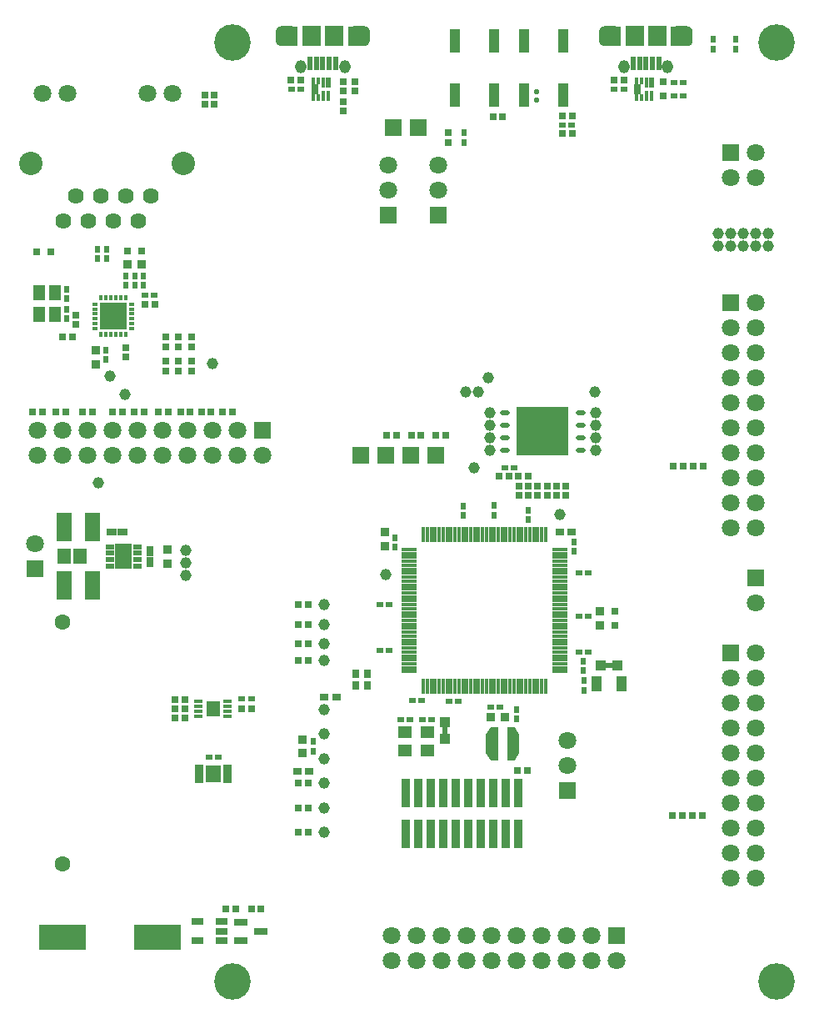
<source format=gts>
G04 Layer_Color=8388736*
%FSLAX43Y43*%
%MOMM*%
G71*
G01*
G75*
%ADD13C,0.550*%
%ADD77C,0.700*%
%ADD88C,1.600*%
%ADD134R,0.900X0.510*%
%ADD135R,0.850X1.950*%
%ADD136R,0.510X0.900*%
%ADD137R,0.700X0.650*%
%ADD138R,0.900X0.750*%
%ADD139R,0.900X0.950*%
%ADD140R,0.600X0.750*%
%ADD141R,1.450X1.600*%
%ADD142R,0.650X0.700*%
%ADD143R,1.500X2.900*%
%ADD144R,0.800X0.800*%
%ADD145R,1.100X1.050*%
%ADD146R,0.750X0.600*%
%ADD147R,0.700X1.000*%
%ADD148R,0.800X0.800*%
%ADD149R,0.740X1.000*%
%ADD150R,0.400X0.700*%
%ADD151R,0.400X1.100*%
%ADD152R,0.500X1.100*%
%ADD153R,0.500X1.450*%
%ADD154R,0.600X0.700*%
%ADD155R,1.100X2.350*%
%ADD156R,1.000X0.700*%
%ADD157R,4.700X2.600*%
%ADD158R,0.800X3.400*%
%ADD159R,1.400X0.700*%
%ADD160R,1.150X0.750*%
%ADD161R,1.400X1.500*%
%ADD162R,0.950X0.400*%
%ADD163R,0.330X0.580*%
%ADD164R,0.580X0.330*%
%ADD165R,2.700X2.700*%
%ADD166R,1.800X2.600*%
%ADD167R,0.825X0.500*%
%ADD168R,1.550X1.750*%
%ADD169R,0.850X0.450*%
%ADD170R,5.250X4.900*%
%ADD171O,1.000X0.550*%
%ADD172R,1.100X1.650*%
%ADD173R,1.050X1.100*%
%ADD174R,1.250X1.500*%
%ADD175R,1.400X1.150*%
%ADD176R,0.950X0.900*%
%ADD177R,0.840X2.890*%
%ADD178O,0.400X1.550*%
%ADD179O,1.550X0.400*%
%ADD180R,0.750X0.900*%
%ADD181R,1.900X2.000*%
%ADD182C,1.150*%
%ADD183C,1.624*%
%ADD184C,1.802*%
%ADD185C,2.386*%
%ADD186R,0.100X0.100*%
%ADD187C,3.700*%
G04:AMPARAMS|DCode=188|XSize=2.2mm|YSize=2mm|CornerRadius=0.544mm|HoleSize=0mm|Usage=FLASHONLY|Rotation=0.000|XOffset=0mm|YOffset=0mm|HoleType=Round|Shape=RoundedRectangle|*
%AMROUNDEDRECTD188*
21,1,2.200,0.912,0,0,0.0*
21,1,1.112,2.000,0,0,0.0*
1,1,1.088,0.556,-0.456*
1,1,1.088,-0.556,-0.456*
1,1,1.088,-0.556,0.456*
1,1,1.088,0.556,0.456*
%
%ADD188ROUNDEDRECTD188*%
G04:AMPARAMS|DCode=189|XSize=1.15mm|YSize=1.35mm|CornerRadius=0.575mm|HoleSize=0mm|Usage=FLASHONLY|Rotation=180.000|XOffset=0mm|YOffset=0mm|HoleType=Round|Shape=RoundedRectangle|*
%AMROUNDEDRECTD189*
21,1,1.150,0.200,0,0,180.0*
21,1,0.000,1.350,0,0,180.0*
1,1,1.150,0.000,0.100*
1,1,1.150,0.000,0.100*
1,1,1.150,0.000,-0.100*
1,1,1.150,0.000,-0.100*
%
%ADD189ROUNDEDRECTD189*%
%ADD190C,1.800*%
%ADD191R,1.800X1.800*%
%ADD192R,1.800X1.800*%
G36*
X-44232Y-675D02*
X-44230Y-675D01*
X-44182Y-679D01*
X-44181Y-679D01*
X-44179Y-679D01*
X-44126Y-686D01*
X-44123Y-687D01*
X-44119Y-688D01*
X-44066Y-703D01*
X-44064Y-703D01*
X-44062Y-704D01*
X-44019Y-720D01*
X-44017Y-721D01*
X-44015Y-722D01*
X-43973Y-742D01*
X-43971Y-743D01*
X-43968Y-745D01*
X-43924Y-773D01*
X-43922Y-774D01*
X-43921Y-775D01*
X-43883Y-804D01*
X-43881Y-805D01*
X-43880Y-806D01*
X-43841Y-840D01*
X-43838Y-843D01*
X-43835Y-846D01*
X-43806Y-882D01*
X-43805Y-883D01*
X-43805Y-884D01*
X-43777Y-921D01*
X-43775Y-923D01*
X-43774Y-926D01*
X-43750Y-967D01*
X-43749Y-969D01*
X-43748Y-970D01*
X-43728Y-1012D01*
X-43727Y-1014D01*
X-43726Y-1016D01*
X-43710Y-1058D01*
X-43709Y-1061D01*
X-43708Y-1064D01*
X-43696Y-1115D01*
X-43696Y-1117D01*
X-43695Y-1119D01*
X-43688Y-1164D01*
X-43688Y-1166D01*
X-43688Y-1168D01*
X-43684Y-1221D01*
X-43684Y-1223D01*
X-43684Y-1225D01*
Y-2125D01*
X-43684Y-2127D01*
X-43684Y-2129D01*
X-43688Y-2184D01*
X-43688Y-2186D01*
X-43689Y-2189D01*
X-43697Y-2234D01*
X-43697Y-2235D01*
X-43697Y-2237D01*
X-43709Y-2287D01*
X-43710Y-2290D01*
X-43711Y-2294D01*
X-43727Y-2334D01*
X-43740Y-2366D01*
X-43742Y-2370D01*
X-43744Y-2373D01*
X-43769Y-2416D01*
X-43770Y-2418D01*
X-43771Y-2420D01*
X-43797Y-2457D01*
X-43798Y-2458D01*
X-43799Y-2460D01*
X-43830Y-2498D01*
X-43833Y-2500D01*
X-43835Y-2503D01*
X-43880Y-2544D01*
X-43882Y-2546D01*
X-43884Y-2547D01*
X-43924Y-2577D01*
X-43926Y-2578D01*
X-43927Y-2579D01*
X-43973Y-2609D01*
X-43976Y-2610D01*
X-43979Y-2612D01*
X-44032Y-2636D01*
X-44035Y-2637D01*
X-44039Y-2638D01*
X-44126Y-2664D01*
X-44131Y-2665D01*
X-44135Y-2666D01*
X-44135Y-2666D01*
X-44135Y-2666D01*
X-44135D01*
X-44229Y-2675D01*
X-44232Y-2675D01*
X-44234Y-2675D01*
X-45834D01*
X-45844Y-2674D01*
X-45853Y-2671D01*
X-45862Y-2667D01*
X-45870Y-2661D01*
X-45876Y-2653D01*
X-45880Y-2644D01*
X-45883Y-2635D01*
X-45884Y-2625D01*
Y-725D01*
X-45883Y-715D01*
X-45880Y-706D01*
X-45876Y-697D01*
X-45870Y-689D01*
X-45862Y-683D01*
X-45853Y-679D01*
X-45844Y-676D01*
X-45834Y-675D01*
X-44234D01*
X-44232Y-675D01*
D02*
G37*
G36*
X-30640Y-71826D02*
X-30631Y-71829D01*
X-30622Y-71833D01*
X-30614Y-71839D01*
X-30608Y-71847D01*
X-30604Y-71856D01*
X-30601Y-71865D01*
X-30600Y-71875D01*
Y-75175D01*
X-30601Y-75185D01*
X-30604Y-75194D01*
X-30608Y-75203D01*
X-30614Y-75211D01*
X-30622Y-75217D01*
X-30631Y-75221D01*
X-30640Y-75224D01*
X-30650Y-75225D01*
X-31350D01*
X-31351Y-75225D01*
X-31352Y-75225D01*
X-31356Y-75225D01*
X-31360Y-75224D01*
X-31361Y-75224D01*
X-31362Y-75224D01*
X-31366Y-75222D01*
X-31369Y-75221D01*
X-31370Y-75221D01*
X-31371Y-75220D01*
X-31375Y-75219D01*
X-31378Y-75217D01*
X-31379Y-75216D01*
X-31380Y-75215D01*
X-31383Y-75213D01*
X-31386Y-75211D01*
X-31386Y-75210D01*
X-31387Y-75209D01*
X-31389Y-75206D01*
X-31392Y-75203D01*
X-31392Y-75202D01*
X-31393Y-75201D01*
X-31843Y-74451D01*
X-31845Y-74447D01*
X-31846Y-74444D01*
X-31847Y-74443D01*
X-31847Y-74442D01*
X-31848Y-74438D01*
X-31849Y-74435D01*
X-31849Y-74434D01*
X-31850Y-74432D01*
X-31850Y-74429D01*
X-31850Y-74425D01*
Y-72625D01*
X-31850Y-72621D01*
X-31850Y-72618D01*
X-31849Y-72616D01*
X-31849Y-72615D01*
X-31848Y-72612D01*
X-31847Y-72608D01*
X-31847Y-72607D01*
X-31846Y-72606D01*
X-31845Y-72603D01*
X-31843Y-72599D01*
X-31393Y-71849D01*
X-31392Y-71848D01*
X-31392Y-71847D01*
X-31389Y-71844D01*
X-31387Y-71841D01*
X-31386Y-71840D01*
X-31386Y-71839D01*
X-31383Y-71837D01*
X-31380Y-71835D01*
X-31379Y-71834D01*
X-31378Y-71833D01*
X-31375Y-71831D01*
X-31371Y-71830D01*
X-31370Y-71829D01*
X-31369Y-71829D01*
X-31366Y-71828D01*
X-31362Y-71826D01*
X-31361Y-71826D01*
X-31360Y-71826D01*
X-31356Y-71825D01*
X-31352Y-71825D01*
X-31351Y-71825D01*
X-31350Y-71825D01*
X-30650D01*
X-30640Y-71826D01*
D02*
G37*
G36*
X-28949Y-71825D02*
X-28948Y-71825D01*
X-28944Y-71825D01*
X-28940Y-71826D01*
X-28939Y-71826D01*
X-28938Y-71826D01*
X-28934Y-71828D01*
X-28931Y-71829D01*
X-28930Y-71829D01*
X-28929Y-71830D01*
X-28925Y-71831D01*
X-28922Y-71833D01*
X-28921Y-71834D01*
X-28920Y-71835D01*
X-28917Y-71837D01*
X-28914Y-71839D01*
X-28914Y-71840D01*
X-28913Y-71841D01*
X-28911Y-71844D01*
X-28908Y-71847D01*
X-28908Y-71848D01*
X-28907Y-71849D01*
X-28457Y-72599D01*
X-28455Y-72603D01*
X-28454Y-72606D01*
X-28453Y-72607D01*
X-28453Y-72608D01*
X-28452Y-72612D01*
X-28451Y-72615D01*
X-28451Y-72616D01*
X-28450Y-72618D01*
X-28450Y-72621D01*
X-28450Y-72625D01*
Y-74425D01*
X-28450Y-74429D01*
X-28450Y-74432D01*
X-28451Y-74434D01*
X-28451Y-74435D01*
X-28452Y-74438D01*
X-28453Y-74442D01*
X-28453Y-74443D01*
X-28454Y-74444D01*
X-28455Y-74447D01*
X-28457Y-74451D01*
X-28907Y-75201D01*
X-28908Y-75202D01*
X-28908Y-75203D01*
X-28911Y-75206D01*
X-28913Y-75209D01*
X-28914Y-75210D01*
X-28914Y-75211D01*
X-28917Y-75213D01*
X-28920Y-75215D01*
X-28921Y-75216D01*
X-28922Y-75217D01*
X-28925Y-75219D01*
X-28929Y-75220D01*
X-28930Y-75221D01*
X-28931Y-75221D01*
X-28934Y-75222D01*
X-28938Y-75224D01*
X-28939Y-75224D01*
X-28940Y-75224D01*
X-28944Y-75225D01*
X-28948Y-75225D01*
X-28949Y-75225D01*
X-28950Y-75225D01*
X-29650D01*
X-29660Y-75224D01*
X-29669Y-75221D01*
X-29678Y-75217D01*
X-29686Y-75211D01*
X-29692Y-75203D01*
X-29696Y-75194D01*
X-29699Y-75185D01*
X-29700Y-75175D01*
Y-71875D01*
X-29699Y-71865D01*
X-29696Y-71856D01*
X-29692Y-71847D01*
X-29686Y-71839D01*
X-29678Y-71833D01*
X-29669Y-71829D01*
X-29660Y-71826D01*
X-29650Y-71825D01*
X-28950D01*
X-28949Y-71825D01*
D02*
G37*
G36*
X-18190Y-676D02*
X-18181Y-679D01*
X-18172Y-683D01*
X-18164Y-689D01*
X-18158Y-697D01*
X-18154Y-706D01*
X-18151Y-715D01*
X-18150Y-725D01*
Y-2625D01*
X-18151Y-2635D01*
X-18154Y-2644D01*
X-18158Y-2653D01*
X-18164Y-2661D01*
X-18172Y-2667D01*
X-18181Y-2671D01*
X-18190Y-2674D01*
X-18200Y-2675D01*
X-19800D01*
X-19802Y-2675D01*
X-19804Y-2675D01*
X-19852Y-2671D01*
X-19853Y-2671D01*
X-19855Y-2671D01*
X-19908Y-2664D01*
X-19911Y-2663D01*
X-19915Y-2662D01*
X-19968Y-2647D01*
X-19970Y-2647D01*
X-19972Y-2646D01*
X-20015Y-2630D01*
X-20017Y-2629D01*
X-20019Y-2628D01*
X-20061Y-2608D01*
X-20063Y-2607D01*
X-20066Y-2605D01*
X-20110Y-2577D01*
X-20112Y-2576D01*
X-20113Y-2575D01*
X-20151Y-2546D01*
X-20153Y-2545D01*
X-20154Y-2544D01*
X-20193Y-2510D01*
X-20196Y-2507D01*
X-20199Y-2504D01*
X-20228Y-2468D01*
X-20229Y-2467D01*
X-20229Y-2466D01*
X-20257Y-2429D01*
X-20259Y-2427D01*
X-20260Y-2424D01*
X-20284Y-2383D01*
X-20285Y-2381D01*
X-20286Y-2380D01*
X-20306Y-2338D01*
X-20307Y-2336D01*
X-20308Y-2334D01*
X-20324Y-2292D01*
X-20325Y-2289D01*
X-20326Y-2286D01*
X-20338Y-2235D01*
X-20338Y-2233D01*
X-20339Y-2231D01*
X-20346Y-2186D01*
X-20346Y-2184D01*
X-20346Y-2182D01*
X-20350Y-2129D01*
X-20350Y-2127D01*
X-20350Y-2125D01*
Y-1225D01*
X-20350Y-1223D01*
X-20350Y-1221D01*
X-20346Y-1166D01*
X-20346Y-1164D01*
X-20345Y-1161D01*
X-20337Y-1116D01*
X-20337Y-1115D01*
X-20337Y-1113D01*
X-20325Y-1063D01*
X-20324Y-1060D01*
X-20323Y-1056D01*
X-20307Y-1016D01*
X-20294Y-984D01*
X-20292Y-980D01*
X-20290Y-977D01*
X-20265Y-934D01*
X-20264Y-932D01*
X-20263Y-930D01*
X-20237Y-893D01*
X-20236Y-892D01*
X-20235Y-890D01*
X-20204Y-852D01*
X-20201Y-850D01*
X-20199Y-847D01*
X-20154Y-806D01*
X-20152Y-804D01*
X-20150Y-803D01*
X-20110Y-773D01*
X-20108Y-772D01*
X-20107Y-771D01*
X-20061Y-742D01*
X-20058Y-740D01*
X-20055Y-738D01*
X-20002Y-714D01*
X-19999Y-713D01*
X-19995Y-712D01*
X-19908Y-686D01*
X-19903Y-685D01*
X-19899Y-684D01*
X-19899Y-684D01*
X-19899Y-684D01*
X-19899D01*
X-19805Y-675D01*
X-19802Y-675D01*
X-19800Y-675D01*
X-18200D01*
X-18190Y-676D01*
D02*
G37*
G36*
X-51024D02*
X-51015Y-679D01*
X-51006Y-683D01*
X-50998Y-689D01*
X-50992Y-697D01*
X-50988Y-706D01*
X-50985Y-715D01*
X-50984Y-725D01*
Y-2625D01*
X-50985Y-2635D01*
X-50988Y-2644D01*
X-50992Y-2653D01*
X-50998Y-2661D01*
X-51006Y-2667D01*
X-51015Y-2671D01*
X-51024Y-2674D01*
X-51034Y-2675D01*
X-52634D01*
X-52636Y-2675D01*
X-52638Y-2675D01*
X-52686Y-2671D01*
X-52687Y-2671D01*
X-52689Y-2671D01*
X-52742Y-2664D01*
X-52745Y-2663D01*
X-52749Y-2662D01*
X-52802Y-2647D01*
X-52804Y-2647D01*
X-52806Y-2646D01*
X-52849Y-2630D01*
X-52851Y-2629D01*
X-52853Y-2628D01*
X-52895Y-2608D01*
X-52897Y-2607D01*
X-52900Y-2605D01*
X-52944Y-2577D01*
X-52946Y-2576D01*
X-52947Y-2575D01*
X-52985Y-2546D01*
X-52987Y-2545D01*
X-52988Y-2544D01*
X-53027Y-2510D01*
X-53030Y-2507D01*
X-53033Y-2504D01*
X-53062Y-2468D01*
X-53063Y-2467D01*
X-53063Y-2466D01*
X-53091Y-2429D01*
X-53093Y-2427D01*
X-53094Y-2424D01*
X-53118Y-2383D01*
X-53119Y-2381D01*
X-53120Y-2380D01*
X-53140Y-2338D01*
X-53141Y-2336D01*
X-53142Y-2334D01*
X-53158Y-2292D01*
X-53159Y-2289D01*
X-53160Y-2286D01*
X-53172Y-2235D01*
X-53172Y-2233D01*
X-53173Y-2231D01*
X-53180Y-2186D01*
X-53180Y-2184D01*
X-53180Y-2182D01*
X-53184Y-2129D01*
X-53184Y-2127D01*
X-53184Y-2125D01*
Y-1225D01*
X-53184Y-1223D01*
X-53184Y-1221D01*
X-53180Y-1166D01*
X-53180Y-1164D01*
X-53179Y-1161D01*
X-53171Y-1116D01*
X-53171Y-1115D01*
X-53171Y-1113D01*
X-53159Y-1063D01*
X-53158Y-1060D01*
X-53157Y-1056D01*
X-53141Y-1016D01*
X-53128Y-984D01*
X-53126Y-980D01*
X-53124Y-977D01*
X-53099Y-934D01*
X-53098Y-932D01*
X-53097Y-930D01*
X-53071Y-893D01*
X-53070Y-892D01*
X-53069Y-890D01*
X-53038Y-852D01*
X-53035Y-850D01*
X-53033Y-847D01*
X-52988Y-806D01*
X-52986Y-804D01*
X-52984Y-803D01*
X-52944Y-773D01*
X-52942Y-772D01*
X-52941Y-771D01*
X-52895Y-742D01*
X-52892Y-740D01*
X-52889Y-738D01*
X-52836Y-714D01*
X-52833Y-713D01*
X-52829Y-712D01*
X-52742Y-686D01*
X-52737Y-685D01*
X-52733Y-684D01*
X-52733Y-684D01*
X-52733Y-684D01*
X-52733D01*
X-52639Y-675D01*
X-52636Y-675D01*
X-52634Y-675D01*
X-51034D01*
X-51024Y-676D01*
D02*
G37*
G36*
X-11398Y-675D02*
X-11396Y-675D01*
X-11348Y-679D01*
X-11347Y-679D01*
X-11345Y-679D01*
X-11292Y-686D01*
X-11289Y-687D01*
X-11285Y-688D01*
X-11232Y-703D01*
X-11230Y-703D01*
X-11228Y-704D01*
X-11185Y-720D01*
X-11183Y-721D01*
X-11181Y-722D01*
X-11139Y-742D01*
X-11137Y-743D01*
X-11134Y-745D01*
X-11090Y-773D01*
X-11088Y-774D01*
X-11087Y-775D01*
X-11049Y-804D01*
X-11047Y-805D01*
X-11046Y-806D01*
X-11007Y-840D01*
X-11004Y-843D01*
X-11001Y-846D01*
X-10972Y-882D01*
X-10971Y-883D01*
X-10971Y-884D01*
X-10943Y-921D01*
X-10941Y-923D01*
X-10940Y-926D01*
X-10916Y-967D01*
X-10915Y-969D01*
X-10914Y-970D01*
X-10894Y-1012D01*
X-10893Y-1014D01*
X-10892Y-1016D01*
X-10876Y-1058D01*
X-10875Y-1061D01*
X-10874Y-1064D01*
X-10862Y-1115D01*
X-10862Y-1117D01*
X-10861Y-1119D01*
X-10854Y-1164D01*
X-10854Y-1166D01*
X-10854Y-1168D01*
X-10850Y-1221D01*
X-10850Y-1223D01*
X-10850Y-1225D01*
Y-2125D01*
X-10850Y-2127D01*
X-10850Y-2129D01*
X-10854Y-2184D01*
X-10854Y-2186D01*
X-10855Y-2189D01*
X-10863Y-2234D01*
X-10863Y-2235D01*
X-10863Y-2237D01*
X-10875Y-2287D01*
X-10876Y-2290D01*
X-10877Y-2294D01*
X-10893Y-2334D01*
X-10906Y-2366D01*
X-10908Y-2370D01*
X-10910Y-2373D01*
X-10935Y-2416D01*
X-10936Y-2418D01*
X-10937Y-2420D01*
X-10963Y-2457D01*
X-10964Y-2458D01*
X-10965Y-2460D01*
X-10996Y-2498D01*
X-10999Y-2500D01*
X-11001Y-2503D01*
X-11046Y-2544D01*
X-11048Y-2546D01*
X-11050Y-2547D01*
X-11090Y-2577D01*
X-11092Y-2578D01*
X-11093Y-2579D01*
X-11139Y-2609D01*
X-11142Y-2610D01*
X-11145Y-2612D01*
X-11198Y-2636D01*
X-11201Y-2637D01*
X-11205Y-2638D01*
X-11292Y-2664D01*
X-11297Y-2665D01*
X-11301Y-2666D01*
X-11301Y-2666D01*
X-11301Y-2666D01*
X-11301D01*
X-11395Y-2675D01*
X-11398Y-2675D01*
X-11400Y-2675D01*
X-13000D01*
X-13010Y-2674D01*
X-13019Y-2671D01*
X-13028Y-2667D01*
X-13036Y-2661D01*
X-13042Y-2653D01*
X-13046Y-2644D01*
X-13049Y-2635D01*
X-13050Y-2625D01*
Y-725D01*
X-13049Y-715D01*
X-13046Y-706D01*
X-13042Y-697D01*
X-13036Y-689D01*
X-13028Y-683D01*
X-13019Y-679D01*
X-13010Y-676D01*
X-13000Y-675D01*
X-11400D01*
X-11398Y-675D01*
D02*
G37*
D13*
X-26725Y-8150D02*
D03*
Y-7350D02*
D03*
D77*
X-70300Y-30730D02*
D03*
Y-29530D02*
D03*
X-69100Y-30730D02*
D03*
Y-29530D02*
D03*
D88*
X-74925Y-85750D02*
D03*
Y-61150D02*
D03*
D134*
X-19350Y-65555D02*
D03*
D135*
X-61000Y-76550D02*
D03*
X-58100D02*
D03*
D136*
X-36055Y-72150D02*
D03*
D137*
X-41965Y-42200D02*
D03*
X-40965D02*
D03*
X-50925Y-61400D02*
D03*
X-49925D02*
D03*
X-50925Y-65100D02*
D03*
X-49925D02*
D03*
X-50925Y-63400D02*
D03*
X-49925D02*
D03*
X-50925Y-82530D02*
D03*
X-49925D02*
D03*
X-50925Y-80030D02*
D03*
X-49925D02*
D03*
X-50925Y-77530D02*
D03*
X-49925D02*
D03*
X-30500Y-46326D02*
D03*
X-29500D02*
D03*
X-56701Y-69950D02*
D03*
X-55701D02*
D03*
X-63450Y-69000D02*
D03*
X-62450D02*
D03*
X-63450Y-69950D02*
D03*
X-62450D02*
D03*
X-63450Y-70900D02*
D03*
X-62450D02*
D03*
X-65525Y-28875D02*
D03*
X-66525D02*
D03*
X-74850Y-32200D02*
D03*
X-73850D02*
D03*
X-51653Y-6125D02*
D03*
X-50653D02*
D03*
X-57300Y-90250D02*
D03*
X-58300D02*
D03*
X-54700D02*
D03*
X-55700D02*
D03*
X-31150Y-9850D02*
D03*
X-30150D02*
D03*
X-24100Y-9800D02*
D03*
X-23100D02*
D03*
X-18825Y-6125D02*
D03*
X-17825D02*
D03*
X-24100Y-11550D02*
D03*
X-23100D02*
D03*
X-12831Y-45325D02*
D03*
X-11831D02*
D03*
X-9806D02*
D03*
X-10806D02*
D03*
X-28625Y-76276D02*
D03*
X-27625D02*
D03*
X-12875Y-80825D02*
D03*
X-11875D02*
D03*
X-9850D02*
D03*
X-10850D02*
D03*
X-72825Y-39850D02*
D03*
X-71825D02*
D03*
X-69825D02*
D03*
X-68825D02*
D03*
X-67575D02*
D03*
X-66575D02*
D03*
X-57650D02*
D03*
X-58650D02*
D03*
X-59775D02*
D03*
X-60775D02*
D03*
X-64150D02*
D03*
X-65150D02*
D03*
X-77900D02*
D03*
X-76900D02*
D03*
X-75525D02*
D03*
X-74525D02*
D03*
X-61900D02*
D03*
X-62900D02*
D03*
X-50925Y-59400D02*
D03*
X-49925D02*
D03*
X-36925Y-42200D02*
D03*
X-35925D02*
D03*
X-38450Y-42200D02*
D03*
X-39450D02*
D03*
X-28575Y-46326D02*
D03*
X-27575D02*
D03*
D138*
X-48267Y-68756D02*
D03*
X-47067D02*
D03*
X-51025Y-76350D02*
D03*
X-49825D02*
D03*
X-23125Y-52000D02*
D03*
X-24325D02*
D03*
D139*
X-29925Y-70825D02*
D03*
X-31325D02*
D03*
X-68250Y-24875D02*
D03*
X-66850D02*
D03*
D140*
X-21925Y-67125D02*
D03*
Y-68075D02*
D03*
X-21927Y-66100D02*
D03*
Y-65150D02*
D03*
X-67550Y-27000D02*
D03*
Y-26050D02*
D03*
X-71288Y-23300D02*
D03*
Y-24250D02*
D03*
X-70363Y-23300D02*
D03*
Y-24250D02*
D03*
X-70450Y-33546D02*
D03*
Y-34496D02*
D03*
X-68450Y-27000D02*
D03*
Y-26050D02*
D03*
X-22900Y-53050D02*
D03*
Y-54000D02*
D03*
X-27550Y-50775D02*
D03*
Y-49825D02*
D03*
X-31000Y-50300D02*
D03*
Y-49350D02*
D03*
X-34200Y-50350D02*
D03*
Y-49400D02*
D03*
X-41075Y-53550D02*
D03*
Y-52600D02*
D03*
X-28750Y-70050D02*
D03*
Y-71000D02*
D03*
X-49365Y-73300D02*
D03*
Y-74251D02*
D03*
X-74450Y-28330D02*
D03*
Y-27380D02*
D03*
Y-29380D02*
D03*
Y-30330D02*
D03*
X-66650Y-26050D02*
D03*
Y-27000D02*
D03*
D141*
X-74750Y-54513D02*
D03*
X-73100D02*
D03*
D142*
X-61800Y-34650D02*
D03*
Y-35650D02*
D03*
X-63075Y-34650D02*
D03*
Y-35650D02*
D03*
X-64350Y-34650D02*
D03*
Y-35650D02*
D03*
X-68450Y-34271D02*
D03*
Y-33271D02*
D03*
X-63075Y-32200D02*
D03*
Y-33200D02*
D03*
X-64350Y-32200D02*
D03*
Y-33200D02*
D03*
X-61800Y-32200D02*
D03*
Y-33200D02*
D03*
X-73557Y-30980D02*
D03*
Y-29980D02*
D03*
X-60400Y-8625D02*
D03*
Y-7625D02*
D03*
X-45150Y-7275D02*
D03*
Y-6275D02*
D03*
X-46350Y-8300D02*
D03*
Y-9300D02*
D03*
Y-6275D02*
D03*
Y-7275D02*
D03*
X-35675Y-12450D02*
D03*
Y-11450D02*
D03*
X-59450Y-8625D02*
D03*
Y-7625D02*
D03*
X-28520Y-47325D02*
D03*
Y-48325D02*
D03*
X-27560Y-47325D02*
D03*
Y-48325D02*
D03*
X-26600Y-47325D02*
D03*
Y-48325D02*
D03*
X-25640Y-47325D02*
D03*
Y-48325D02*
D03*
X-24680Y-47325D02*
D03*
Y-48325D02*
D03*
X-23720Y-47325D02*
D03*
Y-48325D02*
D03*
D143*
X-71850Y-57475D02*
D03*
X-74750D02*
D03*
Y-51550D02*
D03*
X-71850D02*
D03*
D144*
X-68250Y-23500D02*
D03*
X-66850D02*
D03*
X-77501Y-23575D02*
D03*
X-76101D02*
D03*
D145*
X-20200Y-65550D02*
D03*
X-18500D02*
D03*
D146*
X-29925Y-45475D02*
D03*
X-28975D02*
D03*
X-59075Y-74900D02*
D03*
X-60025D02*
D03*
X-56650Y-68975D02*
D03*
X-55700D02*
D03*
X-66500Y-27975D02*
D03*
X-65550D02*
D03*
X-50678Y-7025D02*
D03*
X-51628D02*
D03*
X-40550Y-71075D02*
D03*
X-39600D02*
D03*
X-37400D02*
D03*
X-38350D02*
D03*
X-24075Y-10675D02*
D03*
X-23125D02*
D03*
X-11800Y-7725D02*
D03*
X-12750D02*
D03*
X-11800Y-6425D02*
D03*
X-12750D02*
D03*
X-17850Y-7025D02*
D03*
X-18800D02*
D03*
X-31375Y-69775D02*
D03*
X-30425D02*
D03*
X-22375Y-64200D02*
D03*
X-21425D02*
D03*
X-22375Y-60600D02*
D03*
X-21425D02*
D03*
X-22375Y-56200D02*
D03*
X-21425D02*
D03*
X-41675Y-59400D02*
D03*
X-42625D02*
D03*
X-41675Y-64050D02*
D03*
X-42625D02*
D03*
X-38400Y-69125D02*
D03*
X-39350D02*
D03*
X-34650Y-69250D02*
D03*
X-35600D02*
D03*
D147*
X-66025Y-53950D02*
D03*
Y-55050D02*
D03*
D148*
X-13875Y-7725D02*
D03*
Y-6325D02*
D03*
X-18750Y-61500D02*
D03*
Y-60100D02*
D03*
D149*
X-16430Y-7075D02*
D03*
X-49264D02*
D03*
D150*
X-16550Y-7925D02*
D03*
X-16050D02*
D03*
X-16550Y-6225D02*
D03*
X-16050D02*
D03*
X-48884D02*
D03*
X-49384D02*
D03*
X-48884Y-7925D02*
D03*
X-49384D02*
D03*
D151*
X-15550Y-7725D02*
D03*
X-15050D02*
D03*
X-15550Y-6425D02*
D03*
X-48384D02*
D03*
X-47884Y-7725D02*
D03*
X-48384D02*
D03*
D152*
X-15000Y-6425D02*
D03*
X-47834D02*
D03*
D153*
X-16900Y-4475D02*
D03*
X-16250D02*
D03*
X-15600D02*
D03*
X-14950D02*
D03*
X-14300D02*
D03*
X-47134D02*
D03*
X-47784D02*
D03*
X-48434D02*
D03*
X-49084D02*
D03*
X-49734D02*
D03*
D154*
X-6500Y-2000D02*
D03*
Y-3000D02*
D03*
X-8750Y-2000D02*
D03*
Y-3000D02*
D03*
X-34075Y-11450D02*
D03*
Y-12450D02*
D03*
D155*
X-28000Y-7650D02*
D03*
Y-2150D02*
D03*
X-24000D02*
D03*
Y-7650D02*
D03*
X-35000D02*
D03*
Y-2150D02*
D03*
X-31000D02*
D03*
Y-7650D02*
D03*
D156*
X-69925Y-52025D02*
D03*
X-68825D02*
D03*
D157*
X-65250Y-93150D02*
D03*
X-74850D02*
D03*
D158*
X-29300Y-73525D02*
D03*
X-31000D02*
D03*
D159*
X-54700Y-92575D02*
D03*
X-56800Y-93525D02*
D03*
Y-91625D02*
D03*
D160*
X-58750Y-93503D02*
D03*
Y-92550D02*
D03*
Y-91597D02*
D03*
X-61200D02*
D03*
Y-93503D02*
D03*
D161*
X-59575Y-69950D02*
D03*
D162*
X-61050Y-69200D02*
D03*
Y-69700D02*
D03*
Y-70700D02*
D03*
Y-70200D02*
D03*
X-58100D02*
D03*
Y-70700D02*
D03*
Y-69700D02*
D03*
Y-69200D02*
D03*
D163*
X-68450Y-28270D02*
D03*
X-68950D02*
D03*
X-69450D02*
D03*
X-69950D02*
D03*
X-70950Y-31990D02*
D03*
X-70450D02*
D03*
X-69950D02*
D03*
X-69450D02*
D03*
X-68950D02*
D03*
X-68450D02*
D03*
X-70450Y-28270D02*
D03*
X-70950D02*
D03*
D164*
X-71560Y-28880D02*
D03*
Y-29380D02*
D03*
Y-29880D02*
D03*
Y-30380D02*
D03*
Y-30880D02*
D03*
Y-31380D02*
D03*
X-67840D02*
D03*
Y-30880D02*
D03*
Y-30380D02*
D03*
Y-29880D02*
D03*
Y-29380D02*
D03*
Y-28880D02*
D03*
D165*
X-69700Y-30130D02*
D03*
D166*
X-68675Y-54500D02*
D03*
D167*
X-70088Y-55475D02*
D03*
Y-54825D02*
D03*
Y-54175D02*
D03*
Y-53525D02*
D03*
X-67263D02*
D03*
Y-54175D02*
D03*
Y-54825D02*
D03*
Y-55475D02*
D03*
D168*
X-59550Y-76550D02*
D03*
D169*
X-61000Y-75800D02*
D03*
Y-76300D02*
D03*
Y-76800D02*
D03*
Y-77300D02*
D03*
X-58100D02*
D03*
Y-76800D02*
D03*
Y-76300D02*
D03*
Y-75800D02*
D03*
D170*
X-26075Y-41800D02*
D03*
D171*
X-22225Y-43705D02*
D03*
Y-42435D02*
D03*
Y-41165D02*
D03*
Y-39895D02*
D03*
X-29925D02*
D03*
Y-41165D02*
D03*
Y-42435D02*
D03*
Y-43705D02*
D03*
D172*
X-18050Y-67450D02*
D03*
X-20650D02*
D03*
D173*
X-36050Y-71300D02*
D03*
Y-73000D02*
D03*
D174*
X-77225Y-27755D02*
D03*
Y-29955D02*
D03*
X-75625D02*
D03*
Y-27755D02*
D03*
D175*
X-37825Y-72375D02*
D03*
X-40125Y-74225D02*
D03*
X-37825D02*
D03*
X-40125Y-72375D02*
D03*
D176*
X-20250Y-60105D02*
D03*
Y-61505D02*
D03*
X-42100Y-53450D02*
D03*
Y-52050D02*
D03*
X-64231Y-53806D02*
D03*
Y-55206D02*
D03*
X-71525Y-33575D02*
D03*
Y-34975D02*
D03*
X-50475Y-73076D02*
D03*
Y-74476D02*
D03*
D177*
X-28610Y-78565D02*
D03*
Y-82635D02*
D03*
X-29880Y-78565D02*
D03*
Y-82635D02*
D03*
X-31150Y-78565D02*
D03*
Y-82635D02*
D03*
X-32420Y-78565D02*
D03*
Y-82635D02*
D03*
X-33690Y-78565D02*
D03*
Y-82635D02*
D03*
X-34960Y-78565D02*
D03*
Y-82635D02*
D03*
X-36230Y-78565D02*
D03*
Y-82635D02*
D03*
X-37500Y-78565D02*
D03*
Y-82635D02*
D03*
X-38770Y-78565D02*
D03*
Y-82635D02*
D03*
X-40040Y-78565D02*
D03*
Y-82635D02*
D03*
D178*
X-25800Y-67700D02*
D03*
X-26200D02*
D03*
X-26600D02*
D03*
X-27000D02*
D03*
X-27400D02*
D03*
X-27800D02*
D03*
X-28200D02*
D03*
X-28600D02*
D03*
X-29000D02*
D03*
X-29400D02*
D03*
X-29800D02*
D03*
X-30200D02*
D03*
X-30600D02*
D03*
X-31000D02*
D03*
X-31400D02*
D03*
X-31800D02*
D03*
X-32200D02*
D03*
X-32600D02*
D03*
X-33000D02*
D03*
X-33400D02*
D03*
X-33800D02*
D03*
X-34200D02*
D03*
X-34600D02*
D03*
X-35000D02*
D03*
X-35400D02*
D03*
X-35800D02*
D03*
X-36200D02*
D03*
X-36600D02*
D03*
X-37000D02*
D03*
X-37400D02*
D03*
X-37800D02*
D03*
X-38200D02*
D03*
Y-52300D02*
D03*
X-37800D02*
D03*
X-37400D02*
D03*
X-37000D02*
D03*
X-36600D02*
D03*
X-36200D02*
D03*
X-35800D02*
D03*
X-35400D02*
D03*
X-35000D02*
D03*
X-34600D02*
D03*
X-34200D02*
D03*
X-33800D02*
D03*
X-33400D02*
D03*
X-33000D02*
D03*
X-32600D02*
D03*
X-32200D02*
D03*
X-31800D02*
D03*
X-31400D02*
D03*
X-31000D02*
D03*
X-30600D02*
D03*
X-30200D02*
D03*
X-29800D02*
D03*
X-29400D02*
D03*
X-29000D02*
D03*
X-28600D02*
D03*
X-28200D02*
D03*
X-27800D02*
D03*
X-27400D02*
D03*
X-27000D02*
D03*
X-26600D02*
D03*
X-26200D02*
D03*
X-25800D02*
D03*
D179*
X-39700Y-66200D02*
D03*
Y-65800D02*
D03*
Y-65400D02*
D03*
Y-65000D02*
D03*
Y-64600D02*
D03*
Y-64200D02*
D03*
Y-63800D02*
D03*
Y-63400D02*
D03*
Y-63000D02*
D03*
Y-62600D02*
D03*
Y-62200D02*
D03*
Y-61800D02*
D03*
Y-61400D02*
D03*
Y-61000D02*
D03*
Y-60600D02*
D03*
Y-60200D02*
D03*
Y-59800D02*
D03*
Y-59400D02*
D03*
Y-59000D02*
D03*
Y-58600D02*
D03*
Y-58200D02*
D03*
Y-57800D02*
D03*
Y-57400D02*
D03*
Y-57000D02*
D03*
Y-56600D02*
D03*
Y-56200D02*
D03*
Y-55800D02*
D03*
Y-55400D02*
D03*
Y-55000D02*
D03*
Y-54600D02*
D03*
Y-54200D02*
D03*
Y-53800D02*
D03*
X-24300D02*
D03*
Y-54200D02*
D03*
Y-54600D02*
D03*
Y-55000D02*
D03*
Y-55400D02*
D03*
Y-55800D02*
D03*
Y-56200D02*
D03*
Y-56600D02*
D03*
Y-57000D02*
D03*
Y-57400D02*
D03*
Y-57800D02*
D03*
Y-58200D02*
D03*
Y-58600D02*
D03*
Y-59000D02*
D03*
Y-59400D02*
D03*
Y-59800D02*
D03*
Y-60200D02*
D03*
Y-60600D02*
D03*
Y-61000D02*
D03*
Y-61400D02*
D03*
Y-61800D02*
D03*
Y-62200D02*
D03*
Y-62600D02*
D03*
Y-63000D02*
D03*
Y-63400D02*
D03*
Y-63800D02*
D03*
Y-64200D02*
D03*
Y-64600D02*
D03*
Y-65000D02*
D03*
Y-65400D02*
D03*
Y-65800D02*
D03*
Y-66200D02*
D03*
D180*
X-43925Y-66440D02*
D03*
Y-67640D02*
D03*
X-45075Y-66440D02*
D03*
Y-67640D02*
D03*
D181*
X-14450Y-1675D02*
D03*
X-16750D02*
D03*
X-49584Y-1675D02*
D03*
X-47284D02*
D03*
D182*
X-68538Y-38055D02*
D03*
X-71225Y-47025D02*
D03*
X-70088Y-36225D02*
D03*
X-31655Y-36325D02*
D03*
X-32660Y-37780D02*
D03*
X-33930D02*
D03*
X-59625Y-34925D02*
D03*
X-42025Y-56375D02*
D03*
X-20800Y-37777D02*
D03*
X-33025Y-45525D02*
D03*
X-48325Y-59400D02*
D03*
Y-75030D02*
D03*
Y-72530D02*
D03*
Y-82530D02*
D03*
Y-80030D02*
D03*
Y-77530D02*
D03*
Y-70030D02*
D03*
Y-65100D02*
D03*
Y-63400D02*
D03*
Y-61400D02*
D03*
X-8240Y-21740D02*
D03*
Y-23010D02*
D03*
X-3160D02*
D03*
X-4430D02*
D03*
X-5700D02*
D03*
X-6970D02*
D03*
Y-21740D02*
D03*
X-5700D02*
D03*
X-4430D02*
D03*
X-3160D02*
D03*
X-62325Y-55135D02*
D03*
Y-53865D02*
D03*
X-31425Y-43705D02*
D03*
X-62325Y-56405D02*
D03*
X-20725Y-39895D02*
D03*
Y-43705D02*
D03*
Y-42435D02*
D03*
Y-41165D02*
D03*
X-31425Y-42435D02*
D03*
Y-41165D02*
D03*
Y-39895D02*
D03*
X-24325Y-50275D02*
D03*
D183*
X-73500Y-17925D02*
D03*
X-70960D02*
D03*
X-65880D02*
D03*
X-68420D02*
D03*
X-69690Y-20465D02*
D03*
X-67150D02*
D03*
X-72230D02*
D03*
X-74770D02*
D03*
D184*
X-76954Y-7511D02*
D03*
X-63696D02*
D03*
X-74414D02*
D03*
X-66236D02*
D03*
D185*
X-62578Y-14623D02*
D03*
X-78072D02*
D03*
D186*
X-76040Y-11575D02*
D03*
X-64610D02*
D03*
D187*
X-2350Y-2350D02*
D03*
X-57650D02*
D03*
X-2350Y-97650D02*
D03*
X-57650D02*
D03*
D188*
X-11950Y-1675D02*
D03*
X-19250D02*
D03*
X-52084D02*
D03*
X-44784D02*
D03*
D189*
X-17825Y-4800D02*
D03*
X-13375D02*
D03*
X-46209D02*
D03*
X-50659D02*
D03*
D190*
X-28730Y-95570D02*
D03*
X-18570D02*
D03*
X-21110D02*
D03*
Y-93030D02*
D03*
X-23650Y-95570D02*
D03*
Y-93030D02*
D03*
X-26190Y-95570D02*
D03*
Y-93030D02*
D03*
X-28730D02*
D03*
X-41430D02*
D03*
X-38890D02*
D03*
Y-95570D02*
D03*
X-36350Y-93030D02*
D03*
Y-95570D02*
D03*
X-33810Y-93030D02*
D03*
Y-95570D02*
D03*
X-31270D02*
D03*
Y-93030D02*
D03*
X-41430Y-95570D02*
D03*
X-36696Y-14760D02*
D03*
Y-17300D02*
D03*
X-41776Y-14760D02*
D03*
Y-17300D02*
D03*
X-4430Y-87150D02*
D03*
X-6970Y-76990D02*
D03*
X-4430D02*
D03*
Y-79530D02*
D03*
X-6970D02*
D03*
X-4430Y-82070D02*
D03*
X-6970D02*
D03*
X-4430Y-84610D02*
D03*
X-6970D02*
D03*
Y-87150D02*
D03*
Y-74450D02*
D03*
Y-71910D02*
D03*
X-4430D02*
D03*
X-6970Y-69370D02*
D03*
X-4430D02*
D03*
X-6970Y-66830D02*
D03*
X-4430D02*
D03*
Y-64290D02*
D03*
Y-74450D02*
D03*
Y-51590D02*
D03*
X-6970Y-41430D02*
D03*
X-4430D02*
D03*
Y-43970D02*
D03*
X-6970D02*
D03*
X-4430Y-46510D02*
D03*
X-6970D02*
D03*
X-4430Y-49050D02*
D03*
X-6970D02*
D03*
Y-51590D02*
D03*
Y-38890D02*
D03*
Y-36350D02*
D03*
X-4430D02*
D03*
X-6970Y-33810D02*
D03*
X-4430D02*
D03*
X-6970Y-31270D02*
D03*
X-4430D02*
D03*
Y-28730D02*
D03*
Y-38890D02*
D03*
X-6970Y-16030D02*
D03*
X-4430D02*
D03*
Y-13490D02*
D03*
X-77700Y-53243D02*
D03*
X-23575Y-75700D02*
D03*
Y-73160D02*
D03*
X-4430Y-59210D02*
D03*
X-64730Y-41705D02*
D03*
Y-44245D02*
D03*
X-62190Y-41705D02*
D03*
Y-44245D02*
D03*
X-59650Y-41705D02*
D03*
Y-44245D02*
D03*
X-57110Y-41705D02*
D03*
Y-44245D02*
D03*
X-54570D02*
D03*
X-67270D02*
D03*
X-69810D02*
D03*
Y-41705D02*
D03*
X-72350Y-44245D02*
D03*
Y-41705D02*
D03*
X-74890Y-44245D02*
D03*
Y-41705D02*
D03*
X-77430Y-44245D02*
D03*
Y-41705D02*
D03*
X-67270D02*
D03*
D191*
X-18570Y-93030D02*
D03*
X-38730Y-10950D02*
D03*
X-41270D02*
D03*
X-41995Y-44245D02*
D03*
X-44535D02*
D03*
X-39455D02*
D03*
X-36915D02*
D03*
X-54570Y-41705D02*
D03*
D192*
X-36696Y-19840D02*
D03*
X-41776D02*
D03*
X-6970Y-64290D02*
D03*
Y-28730D02*
D03*
Y-13490D02*
D03*
X-77700Y-55783D02*
D03*
X-23575Y-78240D02*
D03*
X-4430Y-56670D02*
D03*
M02*

</source>
